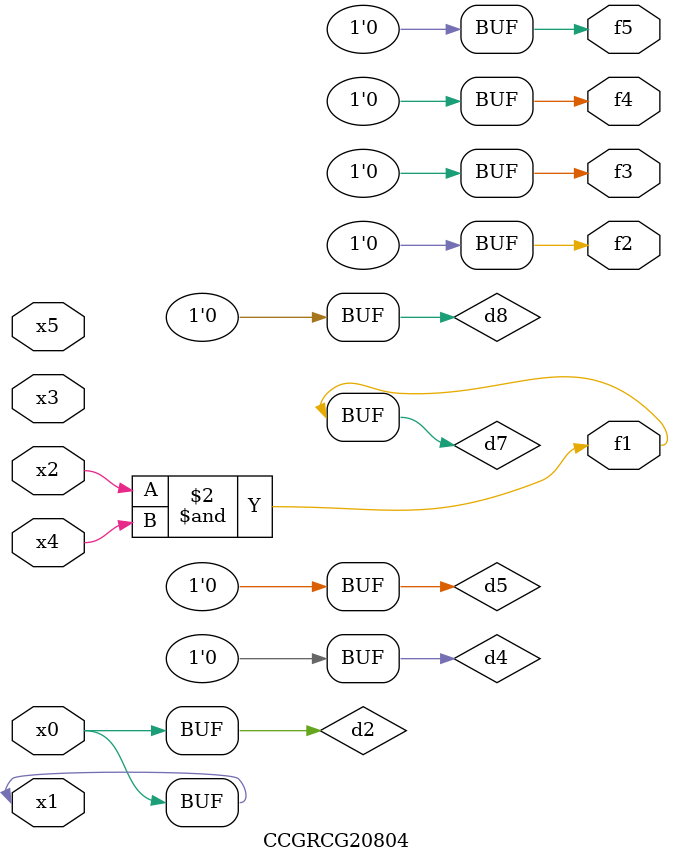
<source format=v>
module CCGRCG20804(
	input x0, x1, x2, x3, x4, x5,
	output f1, f2, f3, f4, f5
);

	wire d1, d2, d3, d4, d5, d6, d7, d8, d9;

	nand (d1, x1);
	buf (d2, x0, x1);
	nand (d3, x2, x4);
	and (d4, d1, d2);
	and (d5, d1, d2);
	nand (d6, d1, d3);
	not (d7, d3);
	xor (d8, d5);
	nor (d9, d5, d6);
	assign f1 = d7;
	assign f2 = d8;
	assign f3 = d8;
	assign f4 = d8;
	assign f5 = d8;
endmodule

</source>
